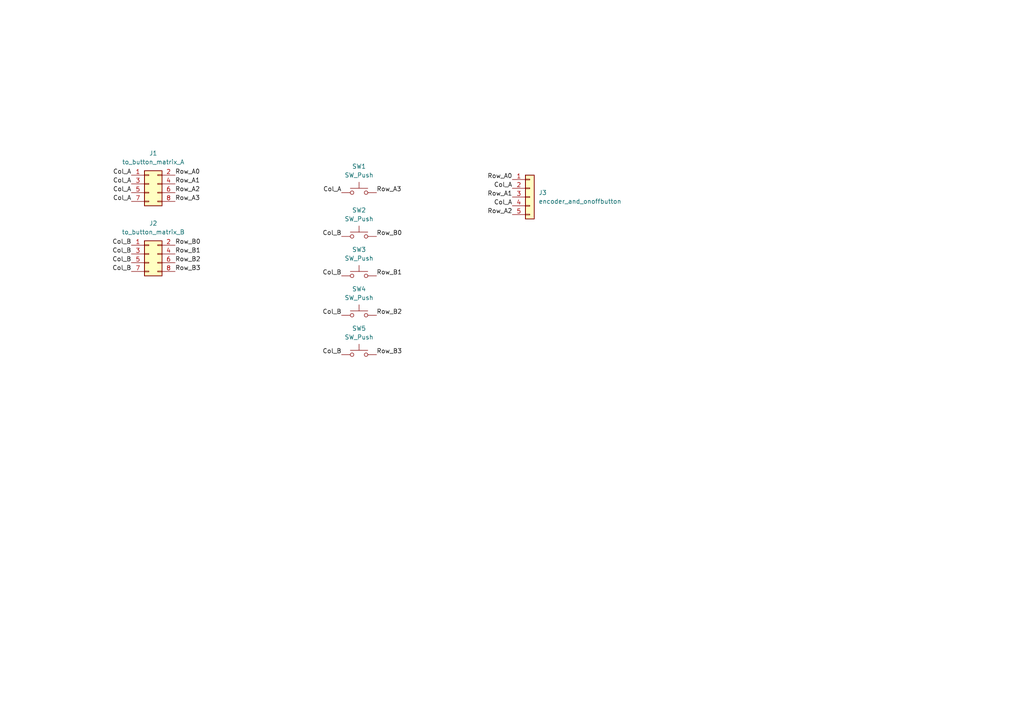
<source format=kicad_sch>
(kicad_sch (version 20231120) (generator "eeschema") (generator_version "8.0")
  (paper "A4")
  (lib_symbols
    (symbol "Connector_Generic:Conn_01x05" (pin_names (offset 1.016) hide)
      (property "Reference" "J" (at 0 7.62 0))
      (property "Value" "Conn_01x05" (at 0 -7.62 0))
      (symbol "Conn_01x05_1_1"
        (rectangle (start -1.27 -4.953) (end 0 -5.207) (stroke (width 0.1524)))
        (rectangle (start -1.27 -2.413) (end 0 -2.667) (stroke (width 0.1524)))
        (rectangle (start -1.27 0.127) (end 0 -0.127) (stroke (width 0.1524)))
        (rectangle (start -1.27 2.667) (end 0 2.413) (stroke (width 0.1524)))
        (rectangle (start -1.27 5.207) (end 0 4.953) (stroke (width 0.1524)))
        (rectangle (start -1.27 6.35) (end 1.27 -6.35) (stroke (width 0.254)) (fill (type background)))
        (pin passive line (at -5.08 5.08 0) (length 3.81) (name "Pin_1") (number "1"))
        (pin passive line (at -5.08 2.54 0) (length 3.81) (name "Pin_2") (number "2"))
        (pin passive line (at -5.08 0 0) (length 3.81) (name "Pin_3") (number "3"))
        (pin passive line (at -5.08 -2.54 0) (length 3.81) (name "Pin_4") (number "4"))
        (pin passive line (at -5.08 -5.08 0) (length 3.81) (name "Pin_5") (number "5"))
      )
    )
    (symbol "Connector_Generic:Conn_02x04_Odd_Even" (pin_names (offset 1.016) hide)
      (property "Reference" "J" (at 1.27 5.08 0))
      (property "Value" "Conn_02x04_Odd_Even" (at 1.27 -7.62 0))
      (symbol "Conn_02x04_Odd_Even_1_1"
        (rectangle (start -1.27 -4.953) (end 0 -5.207) (stroke (width 0.1524)))
        (rectangle (start -1.27 -2.413) (end 0 -2.667) (stroke (width 0.1524)))
        (rectangle (start -1.27 0.127) (end 0 -0.127) (stroke (width 0.1524)))
        (rectangle (start -1.27 2.667) (end 0 2.413) (stroke (width 0.1524)))
        (rectangle (start -1.27 3.81) (end 3.81 -6.35) (stroke (width 0.254)) (fill (type background)))
        (rectangle (start 3.81 -4.953) (end 2.54 -5.207) (stroke (width 0.1524)))
        (rectangle (start 3.81 -2.413) (end 2.54 -2.667) (stroke (width 0.1524)))
        (rectangle (start 3.81 0.127) (end 2.54 -0.127) (stroke (width 0.1524)))
        (rectangle (start 3.81 2.667) (end 2.54 2.413) (stroke (width 0.1524)))
        (pin passive line (at -5.08 2.54 0) (length 3.81) (name "Pin_1") (number "1"))
        (pin passive line (at 7.62 2.54 180) (length 3.81) (name "Pin_2") (number "2"))
        (pin passive line (at -5.08 0 0) (length 3.81) (name "Pin_3") (number "3"))
        (pin passive line (at 7.62 0 180) (length 3.81) (name "Pin_4") (number "4"))
        (pin passive line (at -5.08 -2.54 0) (length 3.81) (name "Pin_5") (number "5"))
        (pin passive line (at 7.62 -2.54 180) (length 3.81) (name "Pin_6") (number "6"))
        (pin passive line (at -5.08 -5.08 0) (length 3.81) (name "Pin_7") (number "7"))
        (pin passive line (at 7.62 -5.08 180) (length 3.81) (name "Pin_8") (number "8"))
      )
    )
    (symbol "Switch:SW_Push" (pin_numbers hide) (pin_names (offset 1.016) hide)
      (property "Reference" "SW" (at 1.27 2.54 0))
      (property "Value" "SW_Push" (at 0 -1.524 0))
      (symbol "SW_Push_0_1"
        (circle (center -2.032 0) (radius 0.508))
        (polyline (pts (xy 0 1.27) (xy 0 3.048)))
        (polyline (pts (xy 2.54 1.27) (xy -2.54 1.27)))
        (circle (center 2.032 0) (radius 0.508))
        (pin passive line (at -5.08 0 0) (length 2.54) (name "1") (number "1"))
        (pin passive line (at 5.08 0 180) (length 2.54) (name "2") (number "2"))
      )
    )
  )
  (label "Row_A1" (at 50.8 53.34 0))
  (label "Row_B0" (at 50.8 71.12 0))
  (label "Row_A2" (at 148.59 62.23 180))
  (label "Row_A0" (at 148.59 52.07 180))
  (label "Col_B" (at 99.06 80.01 180))
  (label "Col_A" (at 38.1 53.34 180))
  (label "Col_A" (at 148.59 54.61 180))
  (label "Col_A" (at 38.1 55.88 180))
  (label "Row_A3" (at 109.22 55.88 0))
  (label "Row_A2" (at 50.8 55.88 0))
  (label "Col_B" (at 99.06 91.44 180))
  (label "Row_B2" (at 109.22 91.44 0))
  (label "Row_A0" (at 50.8 50.8 0))
  (label "Col_B" (at 99.06 68.58 180))
  (label "Col_B" (at 38.1 71.12 180))
  (label "Row_A3" (at 50.8 58.42 0))
  (label "Col_B" (at 38.1 76.2 180))
  (label "Row_B2" (at 50.8 76.2 0))
  (label "Col_A" (at 148.59 59.69 180))
  (label "Row_A1" (at 148.59 57.15 180))
  (label "Col_B" (at 38.1 73.66 180))
  (label "Col_A" (at 38.1 50.8 180))
  (label "Col_A" (at 38.1 58.42 180))
  (label "Row_B3" (at 50.8 78.74 0))
  (label "Col_A" (at 99.06 55.88 180))
  (label "Col_B" (at 38.1 78.74 180))
  (label "Row_B3" (at 109.22 102.87 0))
  (label "Row_B1" (at 109.22 80.01 0))
  (label "Col_B" (at 99.06 102.87 180))
  (label "Row_B1" (at 50.8 73.66 0))
  (label "Row_B0" (at 109.22 68.58 0))
  (symbol (lib_id "Switch:SW_Push") (at 104.14 91.44 0) (unit 1)
    (property "Reference" "SW4" (at 104.14 83.82 0))
    (property "Value" "SW_Push" (at 104.14 86.36 0))
    (property "Footprint" "Button_Switch_THT:SW_PUSH_6mm" (effects (hide yes)))
    (property "Description" "Push button switch, generic, two pins" (effects (hide yes)))
  )
  (symbol (lib_id "Connector_Generic:Conn_01x05") (at 153.67 57.15 0) (unit 1)
    (property "Reference" "J3" (at 156.21 55.8799 0) (effects (justify left)))
    (property "Value" "encoder_and_onoffbutton" (at 156.21 58.4199 0) (effects (justify left)))
    (property "Footprint" "Connector_PinHeader_2.54mm:PinHeader_1x05_P2.54mm_Vertical" (effects (hide yes)))
    (property "Description" "Generic connector, single row, 01x05, script generated (kicad-library-utils/schlib/autogen/connector/)" (effects (hide yes)))
  )
  (symbol (lib_id "Switch:SW_Push") (at 104.14 68.58 0) (unit 1)
    (property "Reference" "SW2" (at 104.14 60.96 0))
    (property "Value" "SW_Push" (at 104.14 63.5 0))
    (property "Footprint" "Button_Switch_THT:SW_PUSH_6mm" (effects (hide yes)))
    (property "Description" "Push button switch, generic, two pins" (effects (hide yes)))
  )
  (symbol (lib_id "Connector_Generic:Conn_02x04_Odd_Even") (at 43.18 73.66 0) (unit 1)
    (property "Reference" "J2" (at 44.45 64.77 0))
    (property "Value" "to_button_matrix_B" (at 44.45 67.31 0))
    (property "Footprint" "Connector_PinHeader_2.54mm:PinHeader_2x04_P2.54mm_Vertical" (effects (hide yes)))
    (property "Description" "Generic connector, double row, 02x04, odd/even pin numbering scheme (row 1 odd numbers, row 2 even numbers), script generated (kicad-library-utils/schlib/autogen/connector/)" (effects (hide yes)))
  )
  (symbol (lib_id "Switch:SW_Push") (at 104.14 55.88 0) (unit 1)
    (property "Reference" "SW1" (at 104.14 48.26 0))
    (property "Value" "SW_Push" (at 104.14 50.8 0))
    (property "Footprint" "Button_Switch_THT:SW_PUSH_6mm" (effects (hide yes)))
    (property "Description" "Push button switch, generic, two pins" (effects (hide yes)))
  )
  (symbol (lib_id "Switch:SW_Push") (at 104.14 102.87 0) (unit 1)
    (property "Reference" "SW5" (at 104.14 95.25 0))
    (property "Value" "SW_Push" (at 104.14 97.79 0))
    (property "Footprint" "Button_Switch_THT:SW_PUSH_6mm" (effects (hide yes)))
    (property "Description" "Push button switch, generic, two pins" (effects (hide yes)))
  )
  (symbol (lib_id "Connector_Generic:Conn_02x04_Odd_Even") (at 43.18 53.34 0) (unit 1)
    (property "Reference" "J1" (at 44.45 44.45 0))
    (property "Value" "to_button_matrix_A" (at 44.45 46.99 0))
    (property "Footprint" "Connector_PinHeader_2.54mm:PinHeader_2x04_P2.54mm_Vertical" (effects (hide yes)))
    (property "Description" "Generic connector, double row, 02x04, odd/even pin numbering scheme (row 1 odd numbers, row 2 even numbers), script generated (kicad-library-utils/schlib/autogen/connector/)" (effects (hide yes)))
  )
  (symbol (lib_id "Switch:SW_Push") (at 104.14 80.01 0) (unit 1)
    (property "Reference" "SW3" (at 104.14 72.39 0))
    (property "Value" "SW_Push" (at 104.14 74.93 0))
    (property "Footprint" "Button_Switch_THT:SW_PUSH_6mm" (effects (hide yes)))
    (property "Description" "Push button switch, generic, two pins" (effects (hide yes)))
  )
)
</source>
